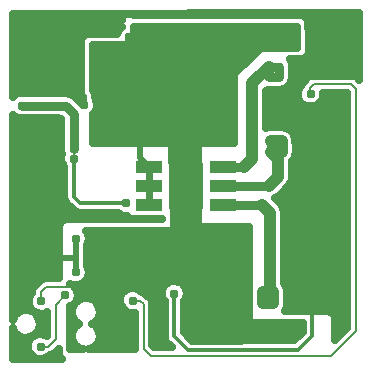
<source format=gbr>
G04 DipTrace 2.3.0.0*
%INBottom.gbr*%
%MOMM*%
%ADD13C,0.152*%
%ADD14C,0.6*%
%ADD17C,0.4*%
%ADD18C,0.5*%
%ADD19C,0.3*%
%ADD22C,0.8*%
%ADD23C,1.0*%
%ADD24C,0.787*%
%ADD25C,0.55*%
%ADD26C,0.635*%
%ADD44R,2.2X1.0*%
%ADD45R,3.0X4.0*%
%FSLAX53Y53*%
G04*
G71*
G90*
G75*
G01*
%LNBottom*%
%LPD*%
X10500Y5300D2*
D13*
X11100D1*
X11400Y5000D1*
Y1200D1*
X12000Y600D1*
X27300D1*
X29400Y2700D1*
Y23200D1*
X29000Y23600D1*
X25800D1*
X25510Y23310D1*
Y22800D1*
X25540D1*
X5700Y7700D2*
D18*
Y8945D1*
X5692D1*
Y10555D1*
X14000Y5900D2*
D19*
Y2300D1*
X15200Y1100D1*
X24500D1*
X25700Y2300D1*
Y7300D1*
X26400Y12600D2*
D14*
Y8000D1*
X25700Y7300D1*
X28500Y21500D2*
D18*
X27100D1*
X26400Y20800D1*
Y12600D1*
X4700Y22900D2*
D17*
X6100D1*
X6400Y22600D1*
Y21900D1*
X5692Y8945D2*
D18*
X3100D1*
D13*
Y8800D1*
X3000Y8700D1*
X3100D1*
X2700Y1400D2*
X3350D1*
X3960Y2010D1*
Y4970D1*
X4760Y5770D1*
X18100Y16600D2*
D22*
X19900D1*
D23*
X20600Y17300D1*
Y23700D1*
X22000Y25100D1*
X22900D2*
D22*
Y24200D1*
X22000D2*
X22900D1*
X22000Y25100D2*
D13*
X22900D1*
X22000D2*
X22400D1*
X22900D1*
X22000D2*
D24*
X22900D1*
X22000D2*
Y24200D1*
X18100Y15000D2*
D22*
X22000D1*
D23*
X22800Y15800D1*
Y17300D1*
X22200Y17900D1*
Y18800D2*
X23100D1*
X22200Y17900D2*
D13*
Y18800D1*
X23100Y17900D2*
X22200D1*
X23100D2*
D23*
Y18800D1*
X22200D2*
D24*
Y17900D1*
X23100D1*
Y18800D2*
X22200D1*
X18100Y13400D2*
D22*
X21400D1*
D23*
X22100Y12700D1*
Y6300D1*
D13*
X22400Y6000D1*
X21500D2*
D23*
Y5100D1*
X22400D1*
Y6000D1*
X1100Y21800D2*
D22*
X2100D1*
X4800D1*
X5500Y21100D1*
Y18100D1*
D13*
Y17300D1*
X9920Y13540D2*
D19*
X6060D1*
X5500Y14100D1*
Y17300D1*
X9890Y3010D2*
D13*
X9790D1*
X9000Y3800D1*
Y9600D1*
X10600Y11200D1*
D25*
X12400D1*
D13*
X13000Y10600D1*
Y10200D1*
X2730Y5270D2*
Y6030D1*
X3160Y6460D1*
X9000D1*
Y3900D1*
X9890Y3010D1*
X11900Y16600D2*
D14*
Y15000D1*
Y13400D1*
X11100Y27600D2*
D22*
Y26700D1*
X10200D2*
X11100D1*
X10200Y27600D2*
D13*
X11100D1*
X10200D2*
X10600D1*
X11100D1*
X10200D2*
D24*
X11100D1*
X10200D2*
Y26700D1*
X11100D2*
D18*
Y17400D1*
X11900Y16600D1*
D24*
X14000Y5900D3*
X5500Y18100D3*
Y17300D3*
X1100Y21800D3*
X2100D3*
X13000Y10200D3*
X10500Y5300D3*
X2700Y1400D3*
X4760Y5770D3*
X9920Y13540D3*
X25540Y22800D3*
X9890Y3010D3*
X2730Y5270D3*
X23100Y18800D3*
Y17900D3*
X22200Y18800D3*
Y17900D3*
X22900Y25100D3*
Y24200D3*
X22000Y25100D3*
Y24200D3*
X22400Y6000D3*
Y5100D3*
X21500Y6000D3*
Y5100D3*
X5700Y7700D3*
X5692Y10555D3*
X25700Y7300D3*
X11100Y27600D3*
Y26700D3*
X10200Y27600D3*
Y26700D3*
X26400Y12600D3*
X28500Y21500D3*
X4700Y22900D3*
X6400Y21900D3*
X8000Y24700D3*
X9000D3*
X10000D3*
X11000D3*
X8000Y23700D3*
X9000D3*
X10000D3*
X11000D3*
X8000Y22700D3*
X9000D3*
X10000D3*
X11000D3*
X8000Y21800D3*
X9000D3*
X10000D3*
X11000D3*
X12000Y24700D3*
X12900D3*
X14000D3*
X15000D3*
X12000Y23700D3*
X13000D3*
X14000D3*
X15000D3*
X12000Y22700D3*
X13000D3*
X14000D3*
X15000D3*
X12000Y21800D3*
X13000D3*
X14000D3*
X15000D3*
X17500Y8900D3*
X18500D3*
X19500D3*
X17500Y7900D3*
X18500D3*
X19500D3*
X17500Y6900D3*
X18500D3*
X19500D3*
X1100Y9200D3*
X17500Y5900D3*
X18500D3*
X19500D3*
X17500Y4900D3*
X18500D3*
X19500D3*
X17500Y3900D3*
X18500D3*
X19500D3*
X10682Y27851D2*
D26*
X24317D1*
X10682Y27219D2*
X24317D1*
X7185Y26588D2*
X21172D1*
X7185Y25956D2*
X20507D1*
X7185Y25324D2*
X19832D1*
X7185Y24692D2*
X19167D1*
X7185Y24061D2*
X18969D1*
X7185Y23429D2*
X18969D1*
X7309Y22797D2*
X18969D1*
X7497Y22166D2*
X18969D1*
X7468Y21534D2*
X18969D1*
X7185Y20902D2*
X18969D1*
X7185Y20271D2*
X18969D1*
X7185Y19639D2*
X18969D1*
X7185Y19008D2*
X18969D1*
X13857Y18376D2*
X15953D1*
X13857Y17744D2*
X15953D1*
X13857Y17113D2*
X15953D1*
X7420Y21587D2*
X7283Y21302D1*
X7115Y21120D1*
X7121Y18651D1*
X13471D1*
X13739Y18496D1*
X13789Y18334D1*
Y17064D1*
X16011D1*
Y18334D1*
X16167Y18602D1*
X16329Y18651D1*
X19027D1*
X19032Y24375D1*
X19127Y24597D1*
X21291Y26633D1*
X21500Y26718D1*
X24383D1*
Y28482D1*
X10617D1*
X10614Y27223D1*
X10458Y26956D1*
X10296Y26906D1*
X7121D1*
X7123Y23090D1*
X7250Y22800D1*
X7273Y22511D1*
X7264Y22711D1*
X7269Y22516D1*
X7409Y22244D1*
X7466Y21900D1*
X7420Y21587D1*
X14006Y12463D2*
X15953D1*
X14006Y11832D2*
X15953D1*
X13857Y11200D2*
X20239D1*
X6823Y10568D2*
X20239D1*
X6674Y9937D2*
X20239D1*
X6674Y9305D2*
X20239D1*
X6684Y8673D2*
X20239D1*
X6773Y8042D2*
X20239D1*
X6793Y7410D2*
X20239D1*
X6297Y6778D2*
X13333D1*
X14671D2*
X20239D1*
X5820Y6147D2*
X9791D1*
X11208D2*
X12897D1*
X15097D2*
X20239D1*
X5860Y5515D2*
X6348D1*
X6665D2*
X9394D1*
X12012D2*
X12946D1*
X15058D2*
X20239D1*
X7616Y4883D2*
X9454D1*
X12210D2*
X13115D1*
X14889D2*
X20239D1*
X7735Y4252D2*
X10248D1*
X12210D2*
X13115D1*
X14889D2*
X20239D1*
X7487Y3620D2*
X10585D1*
X12210D2*
X13115D1*
X14889D2*
X20239D1*
X7527Y2988D2*
X10585D1*
X12210D2*
X13115D1*
X14889D2*
X24813D1*
X7745Y2357D2*
X10585D1*
X12210D2*
X13115D1*
X15167D2*
X24525D1*
X7577Y1725D2*
X10585D1*
X12210D2*
X13353D1*
X7635Y4037D2*
X7510Y3747D1*
X7311Y3501D1*
X7077Y3334D1*
X7283Y3195D1*
X7490Y2955D1*
X7625Y2669D1*
X7678Y2319D1*
X7635Y2005D1*
X7510Y1715D1*
X7311Y1469D1*
X7053Y1285D1*
X6784Y1187D1*
X10651Y1200D1*
Y4246D1*
X10272Y4258D1*
X9976Y4371D1*
X9727Y4566D1*
X9545Y4825D1*
X9448Y5126D1*
X9443Y5442D1*
X9531Y5746D1*
X9705Y6010D1*
X9948Y6212D1*
X10240Y6334D1*
X10555Y6365D1*
X10865Y6302D1*
X11143Y6151D1*
X11260Y6031D1*
X11562Y5890D1*
X11930Y5530D1*
X12088Y5297D1*
X12149Y5000D1*
X12154Y1505D1*
X12318Y1349D1*
X13796D1*
X13418Y1718D1*
X13242Y1980D1*
X13177Y2300D1*
Y5227D1*
X13045Y5425D1*
X12948Y5726D1*
X12943Y6042D1*
X13031Y6346D1*
X13205Y6610D1*
X13448Y6812D1*
X13740Y6934D1*
X14055Y6965D1*
X14365Y6902D1*
X14643Y6751D1*
X14864Y6525D1*
X15009Y6244D1*
X15066Y5900D1*
X15020Y5587D1*
X14883Y5302D1*
X14823Y5236D1*
Y2636D1*
X15543Y1921D1*
X24159Y1923D1*
X24879Y2643D1*
X24877Y3421D1*
X23790Y3411D1*
X20615D1*
X20347Y3567D1*
X20298Y3729D1*
Y11508D1*
X16329D1*
X16061Y11663D1*
X16011Y11825D1*
Y13095D1*
X13947D1*
Y11517D1*
X13919Y11375D1*
X13675Y11193D1*
X6556Y11190D1*
X6702Y10899D1*
X6759Y10555D1*
X6712Y10242D1*
X6614Y10037D1*
X6623Y8240D1*
X6709Y8044D1*
X6766Y7700D1*
X6720Y7387D1*
X6583Y7102D1*
X6369Y6869D1*
X6095Y6710D1*
X5788Y6637D1*
X5472Y6658D1*
X5216Y6745D1*
X5403Y6621D1*
X5624Y6395D1*
X5769Y6114D1*
X5826Y5770D1*
X5780Y5457D1*
X5643Y5172D1*
X5429Y4939D1*
X5215Y4815D1*
X5430Y4797D1*
X5590Y5070D1*
X5816Y5291D1*
X6094Y5443D1*
X6403Y5514D1*
X6719Y5500D1*
X7020Y5402D1*
X7283Y5227D1*
X7490Y4987D1*
X7625Y4701D1*
X7678Y4351D1*
X7635Y4037D1*
X6256Y1189D2*
X6130Y1214D1*
X5847Y1357D1*
X5613Y1570D1*
X5445Y1839D1*
X5355Y2142D1*
X5350Y2459D1*
X5430Y2765D1*
X5590Y3038D1*
X5816Y3259D1*
X5944Y3340D1*
X5847Y3389D1*
X5613Y3602D1*
X5445Y3871D1*
X5355Y4174D1*
X5350Y4491D1*
X5430Y4797D1*
X5216Y4810D1*
Y1189D1*
X6218D1*
X381Y29051D2*
X9615D1*
X25389D2*
X29618D1*
X381Y28419D2*
X9457D1*
X25439D2*
X29618D1*
X381Y27787D2*
X6371D1*
X25439D2*
X29608D1*
X381Y27156D2*
X6063D1*
X25439D2*
X29608D1*
X381Y26524D2*
X6063D1*
X25439D2*
X29608D1*
X381Y25893D2*
X6063D1*
X25201D2*
X29608D1*
X381Y25261D2*
X6063D1*
X24020D2*
X29608D1*
X381Y24629D2*
X6063D1*
X24040D2*
X29598D1*
X381Y23998D2*
X6063D1*
X24020D2*
X25074D1*
X381Y23366D2*
X6063D1*
X23633D2*
X24577D1*
X5387Y22734D2*
X6063D1*
X21837D2*
X24409D1*
X26669D2*
X28586D1*
X21837Y22103D2*
X24667D1*
X26411D2*
X28586D1*
X21837Y21471D2*
X28586D1*
X21837Y20839D2*
X28586D1*
X381Y20207D2*
X4367D1*
X21837D2*
X28586D1*
X381Y19576D2*
X4367D1*
X24040D2*
X28586D1*
X381Y18944D2*
X4367D1*
X24327D2*
X28586D1*
X381Y18312D2*
X4367D1*
X24337D2*
X28586D1*
X381Y17681D2*
X4436D1*
X24318D2*
X28586D1*
X381Y17049D2*
X4396D1*
X24040D2*
X28586D1*
X381Y16418D2*
X4615D1*
X24040D2*
X28586D1*
X381Y15786D2*
X4615D1*
X24040D2*
X28586D1*
X381Y15154D2*
X4615D1*
X23841D2*
X28586D1*
X381Y14523D2*
X4615D1*
X23246D2*
X28586D1*
X381Y13891D2*
X4644D1*
X22631D2*
X28586D1*
X381Y13259D2*
X5111D1*
X23196D2*
X28586D1*
X381Y12627D2*
X9308D1*
X23335D2*
X28586D1*
X381Y11996D2*
X4377D1*
X23335D2*
X28586D1*
X381Y11364D2*
X4158D1*
X23335D2*
X28586D1*
X381Y10732D2*
X4158D1*
X23335D2*
X28586D1*
X381Y10101D2*
X4158D1*
X23335D2*
X28586D1*
X381Y9469D2*
X4158D1*
X23335D2*
X28586D1*
X381Y8838D2*
X4158D1*
X23335D2*
X28586D1*
X381Y8206D2*
X4158D1*
X23335D2*
X28586D1*
X381Y7574D2*
X4158D1*
X23335D2*
X28586D1*
X381Y6942D2*
X2521D1*
X23335D2*
X28586D1*
X381Y6311D2*
X1975D1*
X23593D2*
X28586D1*
X381Y5679D2*
X1678D1*
X23633D2*
X28586D1*
X381Y5047D2*
X1628D1*
X23633D2*
X28586D1*
X381Y4416D2*
X924D1*
X23415D2*
X28586D1*
X2569Y3784D2*
X3146D1*
X27701D2*
X28586D1*
X2648Y3153D2*
X3146D1*
X27701D2*
X28586D1*
X2331Y2521D2*
X3146D1*
X27701D2*
X28107D1*
X381Y1889D2*
X1688D1*
X381Y1258D2*
X1579D1*
X381Y626D2*
X1906D1*
X3492D2*
X4208D1*
X2555Y3021D2*
X2430Y2731D1*
X2231Y2485D1*
X1973Y2301D1*
X1676Y2193D1*
X1360Y2169D1*
X1050Y2230D1*
X767Y2373D1*
X533Y2586D1*
X365Y2855D1*
X317Y3016D1*
X318Y323D1*
X4494Y333D1*
X4422Y397D1*
X4258Y666D1*
X4226Y871D1*
Y1219D1*
X3880Y870D1*
X3605Y698D1*
X3476Y662D1*
X3369Y569D1*
X3095Y410D1*
X2788Y337D1*
X2472Y358D1*
X2176Y471D1*
X1927Y666D1*
X1745Y925D1*
X1648Y1226D1*
X1643Y1542D1*
X1731Y1846D1*
X1905Y2110D1*
X2148Y2312D1*
X2440Y2434D1*
X2755Y2465D1*
X3065Y2402D1*
X3212Y2322D1*
X3211Y4322D1*
X3125Y4280D1*
X2818Y4207D1*
X2502Y4228D1*
X2206Y4341D1*
X1957Y4536D1*
X1775Y4795D1*
X1678Y5096D1*
X1673Y5412D1*
X1761Y5716D1*
X1935Y5980D1*
X1981Y6030D1*
X2053Y6346D1*
X2200Y6560D1*
X2630Y6990D1*
X2905Y7162D1*
X3160Y7209D1*
X4226Y7221D1*
Y11508D1*
X4299Y11813D1*
X4504Y12052D1*
X4804Y12171D1*
X6169Y12180D1*
X12965D1*
X12938Y12227D1*
X10027D1*
Y12475D1*
X9692Y12498D1*
X9396Y12611D1*
X9264Y12714D1*
X6060Y12717D1*
X5750Y12778D1*
X5478Y12958D1*
X4918Y13518D1*
X4742Y13780D1*
X4677Y14100D1*
Y16630D1*
X4545Y16825D1*
X4448Y17126D1*
X4443Y17442D1*
X4512Y17679D1*
X4445Y17905D1*
X4427Y18418D1*
Y20650D1*
X4165Y20727D1*
X1100D1*
X787Y20774D1*
X465Y20943D1*
X318Y21010D1*
Y3696D1*
X510Y4054D1*
X736Y4275D1*
X1014Y4427D1*
X1323Y4498D1*
X1639Y4484D1*
X1940Y4386D1*
X2203Y4211D1*
X2410Y3971D1*
X2545Y3685D1*
X2598Y3335D1*
X2555Y3021D1*
X10618Y29473D2*
X24700D1*
X25006Y29399D1*
X25245Y29195D1*
X25364Y28894D1*
X25373Y27530D1*
Y26400D1*
X25299Y26094D1*
X25095Y25855D1*
X24794Y25736D1*
X23777Y25727D1*
X23853Y25594D1*
X23955Y25295D1*
X23973Y24782D1*
Y24200D1*
X23926Y23887D1*
X23790Y23601D1*
X23577Y23368D1*
X23305Y23206D1*
X22900Y23127D1*
X21951Y23134D1*
X21773Y23065D1*
Y19900D1*
X22009Y19957D1*
X22835Y19973D1*
X23100D1*
X23414Y19930D1*
X23704Y19805D1*
X23951Y19607D1*
X24136Y19350D1*
X24257Y18991D1*
X24273Y18165D1*
Y17900D1*
X24230Y17586D1*
X24105Y17296D1*
X23975Y17134D1*
X23973Y15800D1*
X23930Y15486D1*
X23754Y15117D1*
X23180Y14522D1*
X22829Y14171D1*
X22513Y13953D1*
X22929Y13529D1*
X23121Y13277D1*
X23257Y12891D1*
X23273Y12065D1*
Y6777D1*
X23464Y6494D1*
X23557Y6191D1*
X23573Y5365D1*
Y5100D1*
X23530Y4786D1*
X23365Y4435D1*
X23473Y4402D1*
X26965D1*
X27271Y4328D1*
X27510Y4124D1*
X27629Y3823D1*
X27638Y2459D1*
Y1992D1*
X28651Y3018D1*
Y22851D1*
X26604Y22843D1*
X26559Y22487D1*
X26423Y22202D1*
X26209Y21969D1*
X25935Y21810D1*
X25627Y21737D1*
X25312Y21758D1*
X25016Y21871D1*
X24767Y22066D1*
X24585Y22325D1*
X24488Y22626D1*
X24483Y22942D1*
X24571Y23246D1*
X24745Y23510D1*
X24833Y23626D1*
X24980Y23840D1*
X25270Y24130D1*
X25494Y24284D1*
X25800Y24349D1*
X29000D1*
X29316Y24277D1*
X29530Y24130D1*
X29663Y23996D1*
X29681Y29678D1*
X318Y29582D1*
Y22528D1*
X606Y22753D1*
X905Y22855D1*
X1418Y22873D1*
X4800D1*
X5113Y22826D1*
X5409Y22684D1*
X5783Y22334D1*
X6127Y21990D1*
X6131Y27224D1*
X6204Y27530D1*
X6409Y27769D1*
X6709Y27888D1*
X8074Y27897D1*
X9175D1*
X9317Y28198D1*
X9540Y28436D1*
X9412Y28317D1*
X9271Y28124D1*
X9466Y28373D1*
D44*
X18100Y16600D3*
Y15000D3*
Y13400D3*
X11900D3*
Y15000D3*
Y16600D3*
D45*
X15000Y15000D3*
M02*

</source>
